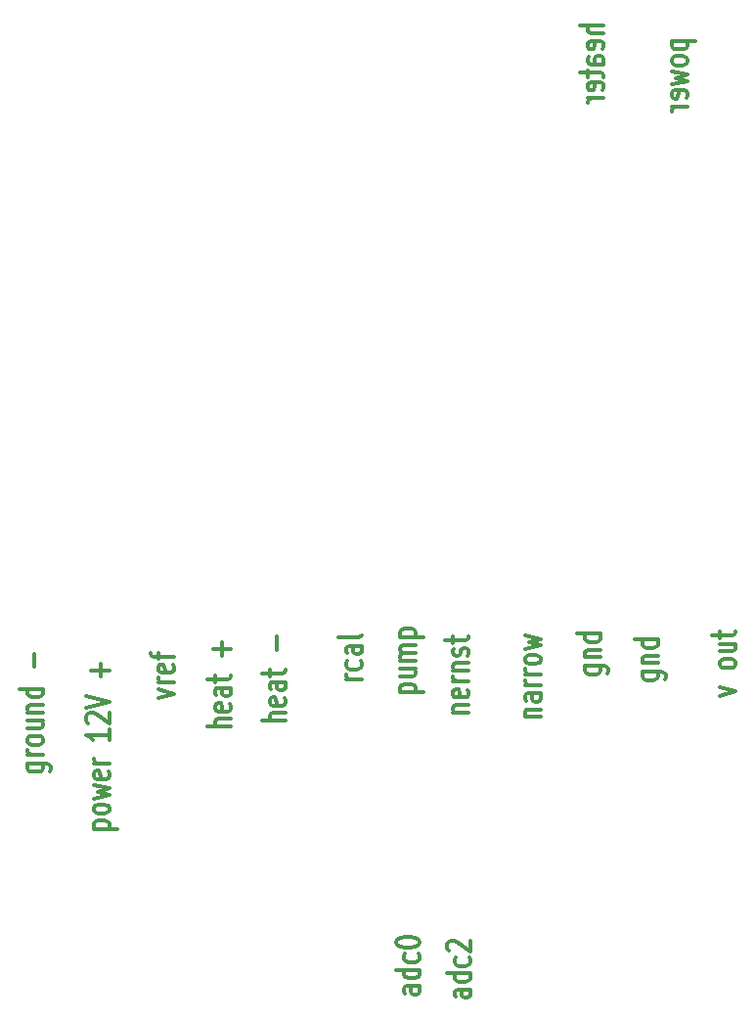
<source format=gbr>
G04 (created by PCBNEW (2013-07-07 BZR 4022)-stable) date 10/09/2014 21:53:45*
%MOIN*%
G04 Gerber Fmt 3.4, Leading zero omitted, Abs format*
%FSLAX34Y34*%
G01*
G70*
G90*
G04 APERTURE LIST*
%ADD10C,0.00393701*%
%ADD11C,0.012*%
G04 APERTURE END LIST*
G54D10*
G54D11*
X76423Y-28428D02*
X75623Y-28428D01*
X76423Y-28685D02*
X76004Y-28685D01*
X75928Y-28657D01*
X75890Y-28600D01*
X75890Y-28514D01*
X75928Y-28457D01*
X75966Y-28428D01*
X76385Y-29200D02*
X76423Y-29142D01*
X76423Y-29028D01*
X76385Y-28971D01*
X76309Y-28942D01*
X76004Y-28942D01*
X75928Y-28971D01*
X75890Y-29028D01*
X75890Y-29142D01*
X75928Y-29200D01*
X76004Y-29228D01*
X76080Y-29228D01*
X76157Y-28942D01*
X76423Y-29742D02*
X76004Y-29742D01*
X75928Y-29714D01*
X75890Y-29657D01*
X75890Y-29542D01*
X75928Y-29485D01*
X76385Y-29742D02*
X76423Y-29685D01*
X76423Y-29542D01*
X76385Y-29485D01*
X76309Y-29457D01*
X76233Y-29457D01*
X76157Y-29485D01*
X76119Y-29542D01*
X76119Y-29685D01*
X76080Y-29742D01*
X75890Y-29942D02*
X75890Y-30171D01*
X75623Y-30028D02*
X76309Y-30028D01*
X76385Y-30057D01*
X76423Y-30114D01*
X76423Y-30171D01*
X76385Y-30600D02*
X76423Y-30542D01*
X76423Y-30428D01*
X76385Y-30371D01*
X76309Y-30342D01*
X76004Y-30342D01*
X75928Y-30371D01*
X75890Y-30428D01*
X75890Y-30542D01*
X75928Y-30600D01*
X76004Y-30628D01*
X76080Y-30628D01*
X76157Y-30342D01*
X76423Y-30885D02*
X75890Y-30885D01*
X76042Y-30885D02*
X75966Y-30914D01*
X75928Y-30942D01*
X75890Y-31000D01*
X75890Y-31057D01*
X78740Y-28942D02*
X79540Y-28942D01*
X78778Y-28942D02*
X78740Y-29000D01*
X78740Y-29114D01*
X78778Y-29171D01*
X78816Y-29200D01*
X78892Y-29228D01*
X79121Y-29228D01*
X79197Y-29200D01*
X79235Y-29171D01*
X79273Y-29114D01*
X79273Y-29000D01*
X79235Y-28942D01*
X79273Y-29571D02*
X79235Y-29514D01*
X79197Y-29485D01*
X79121Y-29457D01*
X78892Y-29457D01*
X78816Y-29485D01*
X78778Y-29514D01*
X78740Y-29571D01*
X78740Y-29657D01*
X78778Y-29714D01*
X78816Y-29742D01*
X78892Y-29771D01*
X79121Y-29771D01*
X79197Y-29742D01*
X79235Y-29714D01*
X79273Y-29657D01*
X79273Y-29571D01*
X78740Y-29971D02*
X79273Y-30085D01*
X78892Y-30200D01*
X79273Y-30314D01*
X78740Y-30428D01*
X79235Y-30885D02*
X79273Y-30828D01*
X79273Y-30714D01*
X79235Y-30657D01*
X79159Y-30628D01*
X78854Y-30628D01*
X78778Y-30657D01*
X78740Y-30714D01*
X78740Y-30828D01*
X78778Y-30885D01*
X78854Y-30914D01*
X78930Y-30914D01*
X79007Y-30628D01*
X79273Y-31171D02*
X78740Y-31171D01*
X78892Y-31171D02*
X78816Y-31200D01*
X78778Y-31228D01*
X78740Y-31285D01*
X78740Y-31342D01*
X56790Y-53542D02*
X57438Y-53542D01*
X57514Y-53571D01*
X57552Y-53600D01*
X57590Y-53657D01*
X57590Y-53742D01*
X57552Y-53800D01*
X57285Y-53542D02*
X57323Y-53600D01*
X57323Y-53714D01*
X57285Y-53771D01*
X57247Y-53800D01*
X57171Y-53828D01*
X56942Y-53828D01*
X56866Y-53800D01*
X56828Y-53771D01*
X56790Y-53714D01*
X56790Y-53600D01*
X56828Y-53542D01*
X57323Y-53257D02*
X56790Y-53257D01*
X56942Y-53257D02*
X56866Y-53228D01*
X56828Y-53200D01*
X56790Y-53142D01*
X56790Y-53085D01*
X57323Y-52800D02*
X57285Y-52857D01*
X57247Y-52885D01*
X57171Y-52914D01*
X56942Y-52914D01*
X56866Y-52885D01*
X56828Y-52857D01*
X56790Y-52800D01*
X56790Y-52714D01*
X56828Y-52657D01*
X56866Y-52628D01*
X56942Y-52600D01*
X57171Y-52600D01*
X57247Y-52628D01*
X57285Y-52657D01*
X57323Y-52714D01*
X57323Y-52800D01*
X56790Y-52085D02*
X57323Y-52085D01*
X56790Y-52342D02*
X57209Y-52342D01*
X57285Y-52314D01*
X57323Y-52257D01*
X57323Y-52171D01*
X57285Y-52114D01*
X57247Y-52085D01*
X56790Y-51800D02*
X57323Y-51800D01*
X56866Y-51800D02*
X56828Y-51771D01*
X56790Y-51714D01*
X56790Y-51628D01*
X56828Y-51571D01*
X56904Y-51542D01*
X57323Y-51542D01*
X57323Y-51000D02*
X56523Y-51000D01*
X57285Y-51000D02*
X57323Y-51057D01*
X57323Y-51171D01*
X57285Y-51228D01*
X57247Y-51257D01*
X57171Y-51285D01*
X56942Y-51285D01*
X56866Y-51257D01*
X56828Y-51228D01*
X56790Y-51171D01*
X56790Y-51057D01*
X56828Y-51000D01*
X57019Y-50257D02*
X57019Y-49800D01*
X59040Y-55764D02*
X59840Y-55764D01*
X59078Y-55764D02*
X59040Y-55707D01*
X59040Y-55592D01*
X59078Y-55535D01*
X59116Y-55507D01*
X59192Y-55478D01*
X59421Y-55478D01*
X59497Y-55507D01*
X59535Y-55535D01*
X59573Y-55592D01*
X59573Y-55707D01*
X59535Y-55764D01*
X59573Y-55135D02*
X59535Y-55192D01*
X59497Y-55221D01*
X59421Y-55250D01*
X59192Y-55250D01*
X59116Y-55221D01*
X59078Y-55192D01*
X59040Y-55135D01*
X59040Y-55050D01*
X59078Y-54992D01*
X59116Y-54964D01*
X59192Y-54935D01*
X59421Y-54935D01*
X59497Y-54964D01*
X59535Y-54992D01*
X59573Y-55050D01*
X59573Y-55135D01*
X59040Y-54735D02*
X59573Y-54621D01*
X59192Y-54507D01*
X59573Y-54392D01*
X59040Y-54278D01*
X59535Y-53821D02*
X59573Y-53878D01*
X59573Y-53992D01*
X59535Y-54050D01*
X59459Y-54078D01*
X59154Y-54078D01*
X59078Y-54050D01*
X59040Y-53992D01*
X59040Y-53878D01*
X59078Y-53821D01*
X59154Y-53792D01*
X59230Y-53792D01*
X59307Y-54078D01*
X59573Y-53535D02*
X59040Y-53535D01*
X59192Y-53535D02*
X59116Y-53507D01*
X59078Y-53478D01*
X59040Y-53421D01*
X59040Y-53364D01*
X59573Y-52392D02*
X59573Y-52735D01*
X59573Y-52564D02*
X58773Y-52564D01*
X58888Y-52621D01*
X58964Y-52678D01*
X59002Y-52735D01*
X58850Y-52164D02*
X58811Y-52135D01*
X58773Y-52078D01*
X58773Y-51935D01*
X58811Y-51878D01*
X58850Y-51850D01*
X58926Y-51821D01*
X59002Y-51821D01*
X59116Y-51850D01*
X59573Y-52192D01*
X59573Y-51821D01*
X58773Y-51649D02*
X59573Y-51449D01*
X58773Y-51249D01*
X59269Y-50592D02*
X59269Y-50135D01*
X59573Y-50364D02*
X58964Y-50364D01*
X75790Y-50214D02*
X76438Y-50214D01*
X76514Y-50242D01*
X76552Y-50271D01*
X76590Y-50328D01*
X76590Y-50414D01*
X76552Y-50471D01*
X76285Y-50214D02*
X76323Y-50271D01*
X76323Y-50385D01*
X76285Y-50442D01*
X76247Y-50471D01*
X76171Y-50499D01*
X75942Y-50499D01*
X75866Y-50471D01*
X75828Y-50442D01*
X75790Y-50385D01*
X75790Y-50271D01*
X75828Y-50214D01*
X75790Y-49928D02*
X76323Y-49928D01*
X75866Y-49928D02*
X75828Y-49899D01*
X75790Y-49842D01*
X75790Y-49757D01*
X75828Y-49699D01*
X75904Y-49671D01*
X76323Y-49671D01*
X76323Y-49128D02*
X75523Y-49128D01*
X76285Y-49128D02*
X76323Y-49185D01*
X76323Y-49300D01*
X76285Y-49357D01*
X76247Y-49385D01*
X76171Y-49414D01*
X75942Y-49414D01*
X75866Y-49385D01*
X75828Y-49357D01*
X75790Y-49300D01*
X75790Y-49185D01*
X75828Y-49128D01*
X73740Y-51957D02*
X74273Y-51957D01*
X73816Y-51957D02*
X73778Y-51928D01*
X73740Y-51871D01*
X73740Y-51785D01*
X73778Y-51728D01*
X73854Y-51700D01*
X74273Y-51700D01*
X74273Y-51157D02*
X73854Y-51157D01*
X73778Y-51185D01*
X73740Y-51242D01*
X73740Y-51357D01*
X73778Y-51414D01*
X74235Y-51157D02*
X74273Y-51214D01*
X74273Y-51357D01*
X74235Y-51414D01*
X74159Y-51442D01*
X74083Y-51442D01*
X74007Y-51414D01*
X73969Y-51357D01*
X73969Y-51214D01*
X73930Y-51157D01*
X74273Y-50871D02*
X73740Y-50871D01*
X73892Y-50871D02*
X73816Y-50842D01*
X73778Y-50814D01*
X73740Y-50757D01*
X73740Y-50700D01*
X74273Y-50500D02*
X73740Y-50500D01*
X73892Y-50500D02*
X73816Y-50471D01*
X73778Y-50442D01*
X73740Y-50385D01*
X73740Y-50328D01*
X74273Y-50042D02*
X74235Y-50099D01*
X74197Y-50128D01*
X74121Y-50157D01*
X73892Y-50157D01*
X73816Y-50128D01*
X73778Y-50099D01*
X73740Y-50042D01*
X73740Y-49957D01*
X73778Y-49899D01*
X73816Y-49871D01*
X73892Y-49842D01*
X74121Y-49842D01*
X74197Y-49871D01*
X74235Y-49899D01*
X74273Y-49957D01*
X74273Y-50042D01*
X73740Y-49642D02*
X74273Y-49528D01*
X73892Y-49414D01*
X74273Y-49300D01*
X73740Y-49185D01*
X68173Y-50678D02*
X67640Y-50678D01*
X67792Y-50678D02*
X67716Y-50650D01*
X67678Y-50621D01*
X67640Y-50564D01*
X67640Y-50507D01*
X68135Y-50050D02*
X68173Y-50107D01*
X68173Y-50221D01*
X68135Y-50278D01*
X68097Y-50307D01*
X68021Y-50335D01*
X67792Y-50335D01*
X67716Y-50307D01*
X67678Y-50278D01*
X67640Y-50221D01*
X67640Y-50107D01*
X67678Y-50050D01*
X68173Y-49535D02*
X67754Y-49535D01*
X67678Y-49564D01*
X67640Y-49621D01*
X67640Y-49735D01*
X67678Y-49792D01*
X68135Y-49535D02*
X68173Y-49592D01*
X68173Y-49735D01*
X68135Y-49792D01*
X68059Y-49821D01*
X67983Y-49821D01*
X67907Y-49792D01*
X67869Y-49735D01*
X67869Y-49592D01*
X67830Y-49535D01*
X68173Y-49164D02*
X68135Y-49221D01*
X68059Y-49250D01*
X67373Y-49250D01*
X70148Y-61110D02*
X69729Y-61110D01*
X69653Y-61139D01*
X69615Y-61196D01*
X69615Y-61310D01*
X69653Y-61367D01*
X70110Y-61110D02*
X70148Y-61167D01*
X70148Y-61310D01*
X70110Y-61367D01*
X70034Y-61396D01*
X69958Y-61396D01*
X69882Y-61367D01*
X69844Y-61310D01*
X69844Y-61167D01*
X69805Y-61110D01*
X70148Y-60567D02*
X69348Y-60567D01*
X70110Y-60567D02*
X70148Y-60625D01*
X70148Y-60739D01*
X70110Y-60796D01*
X70072Y-60825D01*
X69996Y-60853D01*
X69767Y-60853D01*
X69691Y-60825D01*
X69653Y-60796D01*
X69615Y-60739D01*
X69615Y-60625D01*
X69653Y-60567D01*
X70110Y-60025D02*
X70148Y-60082D01*
X70148Y-60196D01*
X70110Y-60253D01*
X70072Y-60282D01*
X69996Y-60310D01*
X69767Y-60310D01*
X69691Y-60282D01*
X69653Y-60253D01*
X69615Y-60196D01*
X69615Y-60082D01*
X69653Y-60025D01*
X69348Y-59653D02*
X69348Y-59596D01*
X69386Y-59539D01*
X69425Y-59510D01*
X69501Y-59482D01*
X69653Y-59453D01*
X69844Y-59453D01*
X69996Y-59482D01*
X70072Y-59510D01*
X70110Y-59539D01*
X70148Y-59596D01*
X70148Y-59653D01*
X70110Y-59710D01*
X70072Y-59739D01*
X69996Y-59767D01*
X69844Y-59796D01*
X69653Y-59796D01*
X69501Y-59767D01*
X69425Y-59739D01*
X69386Y-59710D01*
X69348Y-59653D01*
X69490Y-51121D02*
X70290Y-51121D01*
X69528Y-51121D02*
X69490Y-51064D01*
X69490Y-50949D01*
X69528Y-50892D01*
X69566Y-50864D01*
X69642Y-50835D01*
X69871Y-50835D01*
X69947Y-50864D01*
X69985Y-50892D01*
X70023Y-50949D01*
X70023Y-51064D01*
X69985Y-51121D01*
X69490Y-50321D02*
X70023Y-50321D01*
X69490Y-50578D02*
X69909Y-50578D01*
X69985Y-50549D01*
X70023Y-50492D01*
X70023Y-50407D01*
X69985Y-50349D01*
X69947Y-50321D01*
X70023Y-50035D02*
X69490Y-50035D01*
X69566Y-50035D02*
X69528Y-50007D01*
X69490Y-49950D01*
X69490Y-49864D01*
X69528Y-49807D01*
X69604Y-49778D01*
X70023Y-49778D01*
X69604Y-49778D02*
X69528Y-49750D01*
X69490Y-49692D01*
X69490Y-49607D01*
X69528Y-49550D01*
X69604Y-49521D01*
X70023Y-49521D01*
X69490Y-49235D02*
X70290Y-49235D01*
X69528Y-49235D02*
X69490Y-49178D01*
X69490Y-49064D01*
X69528Y-49007D01*
X69566Y-48978D01*
X69642Y-48950D01*
X69871Y-48950D01*
X69947Y-48978D01*
X69985Y-49007D01*
X70023Y-49064D01*
X70023Y-49178D01*
X69985Y-49235D01*
X71873Y-61235D02*
X71454Y-61235D01*
X71378Y-61264D01*
X71340Y-61321D01*
X71340Y-61435D01*
X71378Y-61492D01*
X71835Y-61235D02*
X71873Y-61292D01*
X71873Y-61435D01*
X71835Y-61492D01*
X71759Y-61521D01*
X71683Y-61521D01*
X71607Y-61492D01*
X71569Y-61435D01*
X71569Y-61292D01*
X71530Y-61235D01*
X71873Y-60692D02*
X71073Y-60692D01*
X71835Y-60692D02*
X71873Y-60750D01*
X71873Y-60864D01*
X71835Y-60921D01*
X71797Y-60950D01*
X71721Y-60978D01*
X71492Y-60978D01*
X71416Y-60950D01*
X71378Y-60921D01*
X71340Y-60864D01*
X71340Y-60750D01*
X71378Y-60692D01*
X71835Y-60150D02*
X71873Y-60207D01*
X71873Y-60321D01*
X71835Y-60378D01*
X71797Y-60407D01*
X71721Y-60435D01*
X71492Y-60435D01*
X71416Y-60407D01*
X71378Y-60378D01*
X71340Y-60321D01*
X71340Y-60207D01*
X71378Y-60150D01*
X71150Y-59921D02*
X71111Y-59892D01*
X71073Y-59835D01*
X71073Y-59692D01*
X71111Y-59635D01*
X71150Y-59607D01*
X71226Y-59578D01*
X71302Y-59578D01*
X71416Y-59607D01*
X71873Y-59950D01*
X71873Y-59578D01*
X71290Y-51807D02*
X71823Y-51807D01*
X71366Y-51807D02*
X71328Y-51778D01*
X71290Y-51721D01*
X71290Y-51635D01*
X71328Y-51578D01*
X71404Y-51550D01*
X71823Y-51550D01*
X71785Y-51035D02*
X71823Y-51092D01*
X71823Y-51207D01*
X71785Y-51264D01*
X71709Y-51292D01*
X71404Y-51292D01*
X71328Y-51264D01*
X71290Y-51207D01*
X71290Y-51092D01*
X71328Y-51035D01*
X71404Y-51007D01*
X71480Y-51007D01*
X71557Y-51292D01*
X71823Y-50750D02*
X71290Y-50750D01*
X71442Y-50750D02*
X71366Y-50721D01*
X71328Y-50692D01*
X71290Y-50635D01*
X71290Y-50578D01*
X71290Y-50378D02*
X71823Y-50378D01*
X71366Y-50378D02*
X71328Y-50349D01*
X71290Y-50292D01*
X71290Y-50207D01*
X71328Y-50149D01*
X71404Y-50121D01*
X71823Y-50121D01*
X71785Y-49864D02*
X71823Y-49807D01*
X71823Y-49692D01*
X71785Y-49635D01*
X71709Y-49607D01*
X71671Y-49607D01*
X71595Y-49635D01*
X71557Y-49692D01*
X71557Y-49778D01*
X71519Y-49835D01*
X71442Y-49864D01*
X71404Y-49864D01*
X71328Y-49835D01*
X71290Y-49778D01*
X71290Y-49692D01*
X71328Y-49635D01*
X71290Y-49435D02*
X71290Y-49207D01*
X71023Y-49350D02*
X71709Y-49350D01*
X71785Y-49321D01*
X71823Y-49264D01*
X71823Y-49207D01*
X61240Y-51307D02*
X61773Y-51164D01*
X61240Y-51021D01*
X61773Y-50792D02*
X61240Y-50792D01*
X61392Y-50792D02*
X61316Y-50764D01*
X61278Y-50735D01*
X61240Y-50678D01*
X61240Y-50621D01*
X61735Y-50192D02*
X61773Y-50249D01*
X61773Y-50364D01*
X61735Y-50421D01*
X61659Y-50449D01*
X61354Y-50449D01*
X61278Y-50421D01*
X61240Y-50364D01*
X61240Y-50249D01*
X61278Y-50192D01*
X61354Y-50164D01*
X61430Y-50164D01*
X61507Y-50449D01*
X61240Y-49992D02*
X61240Y-49764D01*
X61773Y-49907D02*
X61088Y-49907D01*
X61011Y-49878D01*
X60973Y-49821D01*
X60973Y-49764D01*
X80390Y-51235D02*
X80923Y-51092D01*
X80390Y-50949D01*
X80923Y-50178D02*
X80885Y-50235D01*
X80847Y-50264D01*
X80771Y-50292D01*
X80542Y-50292D01*
X80466Y-50264D01*
X80428Y-50235D01*
X80390Y-50178D01*
X80390Y-50092D01*
X80428Y-50035D01*
X80466Y-50007D01*
X80542Y-49978D01*
X80771Y-49978D01*
X80847Y-50007D01*
X80885Y-50035D01*
X80923Y-50092D01*
X80923Y-50178D01*
X80390Y-49464D02*
X80923Y-49464D01*
X80390Y-49721D02*
X80809Y-49721D01*
X80885Y-49692D01*
X80923Y-49635D01*
X80923Y-49549D01*
X80885Y-49492D01*
X80847Y-49464D01*
X80390Y-49264D02*
X80390Y-49035D01*
X80123Y-49178D02*
X80809Y-49178D01*
X80885Y-49149D01*
X80923Y-49092D01*
X80923Y-49035D01*
X77740Y-50414D02*
X78388Y-50414D01*
X78464Y-50442D01*
X78502Y-50471D01*
X78540Y-50528D01*
X78540Y-50614D01*
X78502Y-50671D01*
X78235Y-50414D02*
X78273Y-50471D01*
X78273Y-50585D01*
X78235Y-50642D01*
X78197Y-50671D01*
X78121Y-50699D01*
X77892Y-50699D01*
X77816Y-50671D01*
X77778Y-50642D01*
X77740Y-50585D01*
X77740Y-50471D01*
X77778Y-50414D01*
X77740Y-50128D02*
X78273Y-50128D01*
X77816Y-50128D02*
X77778Y-50099D01*
X77740Y-50042D01*
X77740Y-49957D01*
X77778Y-49899D01*
X77854Y-49871D01*
X78273Y-49871D01*
X78273Y-49328D02*
X77473Y-49328D01*
X78235Y-49328D02*
X78273Y-49385D01*
X78273Y-49500D01*
X78235Y-49557D01*
X78197Y-49585D01*
X78121Y-49614D01*
X77892Y-49614D01*
X77816Y-49585D01*
X77778Y-49557D01*
X77740Y-49500D01*
X77740Y-49385D01*
X77778Y-49328D01*
X65573Y-52078D02*
X64773Y-52078D01*
X65573Y-51821D02*
X65154Y-51821D01*
X65078Y-51849D01*
X65040Y-51907D01*
X65040Y-51992D01*
X65078Y-52049D01*
X65116Y-52078D01*
X65535Y-51307D02*
X65573Y-51364D01*
X65573Y-51478D01*
X65535Y-51535D01*
X65459Y-51564D01*
X65154Y-51564D01*
X65078Y-51535D01*
X65040Y-51478D01*
X65040Y-51364D01*
X65078Y-51307D01*
X65154Y-51278D01*
X65230Y-51278D01*
X65307Y-51564D01*
X65573Y-50764D02*
X65154Y-50764D01*
X65078Y-50792D01*
X65040Y-50849D01*
X65040Y-50964D01*
X65078Y-51021D01*
X65535Y-50764D02*
X65573Y-50821D01*
X65573Y-50964D01*
X65535Y-51021D01*
X65459Y-51049D01*
X65383Y-51049D01*
X65307Y-51021D01*
X65269Y-50964D01*
X65269Y-50821D01*
X65230Y-50764D01*
X65040Y-50564D02*
X65040Y-50335D01*
X64773Y-50478D02*
X65459Y-50478D01*
X65535Y-50449D01*
X65573Y-50392D01*
X65573Y-50335D01*
X65269Y-49678D02*
X65269Y-49221D01*
X63723Y-52278D02*
X62923Y-52278D01*
X63723Y-52021D02*
X63304Y-52021D01*
X63228Y-52049D01*
X63190Y-52107D01*
X63190Y-52192D01*
X63228Y-52249D01*
X63266Y-52278D01*
X63685Y-51507D02*
X63723Y-51564D01*
X63723Y-51678D01*
X63685Y-51735D01*
X63609Y-51764D01*
X63304Y-51764D01*
X63228Y-51735D01*
X63190Y-51678D01*
X63190Y-51564D01*
X63228Y-51507D01*
X63304Y-51478D01*
X63380Y-51478D01*
X63457Y-51764D01*
X63723Y-50964D02*
X63304Y-50964D01*
X63228Y-50992D01*
X63190Y-51049D01*
X63190Y-51164D01*
X63228Y-51221D01*
X63685Y-50964D02*
X63723Y-51021D01*
X63723Y-51164D01*
X63685Y-51221D01*
X63609Y-51249D01*
X63533Y-51249D01*
X63457Y-51221D01*
X63419Y-51164D01*
X63419Y-51021D01*
X63380Y-50964D01*
X63190Y-50764D02*
X63190Y-50535D01*
X62923Y-50678D02*
X63609Y-50678D01*
X63685Y-50649D01*
X63723Y-50592D01*
X63723Y-50535D01*
X63419Y-49878D02*
X63419Y-49421D01*
X63723Y-49649D02*
X63114Y-49649D01*
M02*

</source>
